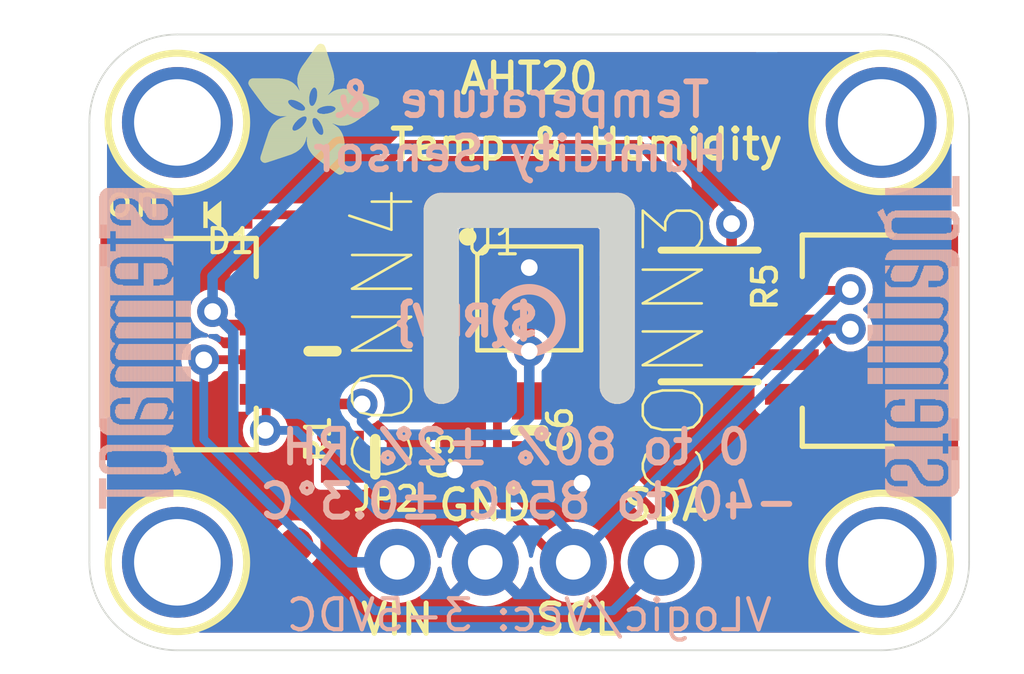
<source format=kicad_pcb>
(kicad_pcb (version 20221018) (generator pcbnew)
  (layers (0 "F.Cu" signal) (31 "B.Cu" signal) (34 "B.Paste" user) (35 "F.Paste" user) (36 "B.SilkS" user "B.Silkscreen") (37 "F.SilkS" user "F.Silkscreen") (38 "B.Mask" user) (39 "F.Mask" user) (44 "Edge.Cuts" user))
  (net 0 "")
  (net 1 "SDA")
  (net 2 "SCL")
  (net 3 "GND")
  (net 4 "VCC")
  (net 5 "N$1")
  (net 6 "VDD")
  (footprint "working:JST_SH4" (layer "F.Cu") (at 158.5976 105.0036 90)
    (fp_text reference "CONN3" (at -4.6 -5.9 90) (layer "F.SilkS") (effects (font (size 1.703222 1.703222) (thickness 0.074778)) (justify left)))
    (fp_text value "STEMMA_I2C_QT" hide)
    (pad "1" smd rect (at -1.5 -2.514 180) (size 1.55 0.6) (layers "F.Cu" "F.Paste" "F.Mask") (net 3 "GND"))
    (pad "2" smd rect (at -0.5 -2.514 180) (size 1.55 0.6) (layers "F.Cu" "F.Paste" "F.Mask") (net 4 "VCC"))
    (pad "3" smd rect (at 0.5 -2.514 180) (size 1.55 0.6) (layers "F.Cu" "F.Paste" "F.Mask") (net 1 "SDA"))
    (pad "4" smd rect (at 1.5 -2.514 180) (size 1.55 0.6) (layers "F.Cu" "F.Paste" "F.Mask") (net 2 "SCL"))
    (pad "MT1" smd rect (at -2.8 1.386 180) (size 1.8 1.2) (layers "F.Cu" "F.Paste" "F.Mask") (net 3 "GND"))
    (pad "MT2" smd rect (at 2.8 1.386 180) (size 1.8 1.2) (layers "F.Cu" "F.Paste" "F.Mask") (net 3 "GND"))
  )
  (footprint "working:ADAFRUIT_3.5MM" (layer "F.Cu") (at 140.3731 100.1776)
    (fp_text reference "U$28" hide)
    (fp_text value "" hide)
  )
  (footprint "working:RESPACK_4X0603" (layer "F.Cu") (at 153.7081 104.2416 -90)
    (fp_text reference "R5" (at -1.6 -1.6 90) (layer "F.SilkS") (effects (font (size 0.692831 0.692831) (thickness 0.119969)) (justify right)))
    (fp_text value "10K")
    (pad "1" smd rect (at -1.3 0.85 270) (size 0.45 0.9) (layers "F.Cu" "F.Paste" "F.Mask") (net 5 "N$1"))
    (pad "2" smd rect (at -0.4 0.85 270) (size 0.45 0.9) (layers "F.Cu" "F.Paste" "F.Mask") (net 4 "VCC"))
    (pad "3" smd rect (at 0.4 0.85 270) (size 0.45 0.9) (layers "F.Cu" "F.Paste" "F.Mask") (net 4 "VCC"))
    (pad "4" smd rect (at 1.3 0.85 270) (size 0.45 0.9) (layers "F.Cu" "F.Paste" "F.Mask") (net 4 "VCC"))
    (pad "5" smd rect (at 1.3 -0.85 270) (size 0.45 0.9) (layers "F.Cu" "F.Paste" "F.Mask") (net 4 "VCC"))
    (pad "6" smd rect (at 0.4 -0.85 270) (size 0.45 0.9) (layers "F.Cu" "F.Paste" "F.Mask") (net 1 "SDA"))
    (pad "7" smd rect (at -0.4 -0.85 270) (size 0.45 0.9) (layers "F.Cu" "F.Paste" "F.Mask") (net 2 "SCL"))
    (pad "8" smd rect (at -1.3 -0.85 270) (size 0.45 0.9) (layers "F.Cu" "F.Paste" "F.Mask") (net 4 "VCC"))
  )
  (footprint "working:JST_SH4" (layer "F.Cu") (at 138.4046 105.0036 -90)
    (fp_text reference "CONN4" (at -4.6 -5.9 90) (layer "F.SilkS") (effects (font (size 1.703222 1.703222) (thickness 0.074778)) (justify right)))
    (fp_text value "STEMMA_I2C_QT" hide)
    (pad "1" smd rect (at -1.5 -2.514) (size 1.55 0.6) (layers "F.Cu" "F.Paste" "F.Mask") (net 3 "GND"))
    (pad "2" smd rect (at -0.5 -2.514) (size 1.55 0.6) (layers "F.Cu" "F.Paste" "F.Mask") (net 4 "VCC"))
    (pad "3" smd rect (at 0.5 -2.514) (size 1.55 0.6) (layers "F.Cu" "F.Paste" "F.Mask") (net 1 "SDA"))
    (pad "4" smd rect (at 1.5 -2.514) (size 1.55 0.6) (layers "F.Cu" "F.Paste" "F.Mask") (net 2 "SCL"))
    (pad "MT1" smd rect (at -2.8 1.386) (size 1.8 1.2) (layers "F.Cu" "F.Paste" "F.Mask") (net 3 "GND"))
    (pad "MT2" smd rect (at 2.8 1.386) (size 1.8 1.2) (layers "F.Cu" "F.Paste" "F.Mask") (net 3 "GND"))
  )
  (footprint "working:MOUNTINGHOLE_2.5_PLATED" (layer "F.Cu") (at 158.6611 111.3536)
    (fp_text reference "U$25" hide)
    (fp_text value "MOUNTINGHOLE2.5" hide)
    (pad "P$1" thru_hole circle (at 0 0) (size 3.2 3.2) (drill 2.5) (layers "*.Cu" "*.Mask"))
    (zone (net 0) (net_name "") (layer "F.Cu") (connect_pads (clearance 0)) (min_thickness 0.25)
      (keepout (tracks not_allowed) (vias not_allowed) (pads not_allowed) (copperpour not_allowed) (footprints allowed))
      (fill (thermal_gap 0.5) (thermal_bridge_width 0.5))
      (polygon (pts (xy 160.6771 111.3536) (xy 160.65748 111.073027) (xy 160.599004 110.797915) (xy 160.502808 110.533619) (xy 160.370765 110.285283) (xy 160.205446 110.05774) (xy 160.010067 109.85542) (xy 159.788433 109.68226) (xy 159.544856 109.541631) (xy 159.284078 109.43627) (xy 159.011175 109.368228) (xy 158.731457 109.338828) (xy 158.450371 109.348644) (xy 158.173385 109.397484) (xy 157.905893 109.484397) (xy 157.6531 109.607693) (xy 157.419926 109.76497) (xy 157.210911 109.953169) (xy 157.030122 110.168625) (xy 156.881078 110.407145) (xy 156.76668 110.664087) (xy 156.689154 110.93445) (xy 156.650011 111.212971) (xy 156.650011 111.494229) (xy 156.689154 111.77275) (xy 156.76668 112.043113) (xy 156.881078 112.300055) (xy 157.030122 112.538575) (xy 157.210911 112.754031) (xy 157.419926 112.94223) (xy 157.6531 113.099507) (xy 157.905893 113.222803) (xy 158.173385 113.309716) (xy 158.450371 113.358556) (xy 158.731457 113.368372) (xy 159.011175 113.338972) (xy 159.284078 113.27093) (xy 159.544856 113.165569) (xy 159.788433 113.02494) (xy 160.010067 112.85178) (xy 160.205446 112.64946) (xy 160.370765 112.421917) (xy 160.502808 112.173581) (xy 160.599004 111.909285) (xy 160.65748 111.634173)))
      (polygon (pts (xy 158.6451 111.3536) (xy 158.649786 111.364914) (xy 158.6611 111.3696) (xy 158.672414 111.364914) (xy 158.6771 111.3536) (xy 158.672414 111.342286) (xy 158.6611 111.3376) (xy 158.649786 111.342286)))
    )
    (zone (net 0) (net_name "") (layer "B.Cu") (connect_pads (clearance 0)) (min_thickness 0.25)
      (keepout (tracks not_allowed) (vias not_allowed) (pads not_allowed) (copperpour not_allowed) (footprints allowed))
      (fill (thermal_gap 0.5) (thermal_bridge_width 0.5))
      (polygon (pts (xy 160.6771 111.3536) (xy 160.65748 111.073027) (xy 160.599004 110.797915) (xy 160.502808 110.533619) (xy 160.370765 110.285283) (xy 160.205446 110.05774) (xy 160.010067 109.85542) (xy 159.788433 109.68226) (xy 159.544856 109.541631) (xy 159.284078 109.43627) (xy 159.011175 109.368228) (xy 158.731457 109.338828) (xy 158.450371 109.348644) (xy 158.173385 109.397484) (xy 157.905893 109.484397) (xy 157.6531 109.607693) (xy 157.419926 109.76497) (xy 157.210911 109.953169) (xy 157.030122 110.168625) (xy 156.881078 110.407145) (xy 156.76668 110.664087) (xy 156.689154 110.93445) (xy 156.650011 111.212971) (xy 156.650011 111.494229) (xy 156.689154 111.77275) (xy 156.76668 112.043113) (xy 156.881078 112.300055) (xy 157.030122 112.538575) (xy 157.210911 112.754031) (xy 157.419926 112.94223) (xy 157.6531 113.099507) (xy 157.905893 113.222803) (xy 158.173385 113.309716) (xy 158.450371 113.358556) (xy 158.731457 113.368372) (xy 159.011175 113.338972) (xy 159.284078 113.27093) (xy 159.544856 113.165569) (xy 159.788433 113.02494) (xy 160.010067 112.85178) (xy 160.205446 112.64946) (xy 160.370765 112.421917) (xy 160.502808 112.173581) (xy 160.599004 111.909285) (xy 160.65748 111.634173)))
      (polygon (pts (xy 158.6451 111.3536) (xy 158.649786 111.364914) (xy 158.6611 111.3696) (xy 158.672414 111.364914) (xy 158.6771 111.3536) (xy 158.672414 111.342286) (xy 158.6611 111.3376) (xy 158.649786 111.342286)))
    )
  )
  (footprint "working:0805-NO" (layer "F.Cu") (at 144.0561 108.3056)
    (fp_text reference "C5" (at 1.905 -0.762 90) (layer "F.SilkS") (effects (font (size 0.692831 0.692831) (thickness 0.119969)) (justify right)))
    (fp_text value "10uF")
    (pad "1" smd rect (at -0.95 0) (size 1.24 1.5) (layers "F.Cu" "F.Paste" "F.Mask") (net 6 "VDD"))
    (pad "2" smd rect (at 0.95 0) (size 1.24 1.5) (layers "F.Cu" "F.Paste" "F.Mask") (net 3 "GND"))
  )
  (footprint "working:FIDUCIAL_1MM" (layer "F.Cu") (at 141.7701 110.8456)
    (fp_text reference "FID3" hide)
    (fp_text value "FIDUCIAL_1MM" hide)
    (pad "1" smd roundrect (at 0 0) (size 1 1) (layers "F.Cu" "F.Mask") (roundrect_rratio 0.5))
  )
  (footprint "working:SNR6-1.0-3X3X1MM" (layer "F.Cu") (at 148.5011 103.7336)
    (fp_text reference "U1" (at -1.905 -1.651) (layer "F.SilkS") (effects (font (size 0.795122 0.795122) (thickness 0.093878)) (justify left)))
    (fp_text value "AHT20")
    (pad "1" smd roundrect (at -1.3 -1) (size 0.95 0.5) (layers "F.Cu" "F.Paste" "F.Mask"))
    (pad "2" smd roundrect (at -1.3 0) (size 0.95 0.5) (layers "F.Cu" "F.Paste" "F.Mask") (net 6 "VDD"))
    (pad "3" smd roundrect (at -1.3 1) (size 0.95 0.5) (layers "F.Cu" "F.Paste" "F.Mask") (net 2 "SCL"))
    (pad "4" smd roundrect (at 1.3 1) (size 0.95 0.5) (layers "F.Cu" "F.Paste" "F.Mask") (net 1 "SDA"))
    (pad "5" smd roundrect (at 1.3 0) (size 0.95 0.5) (layers "F.Cu" "F.Paste" "F.Mask") (net 3 "GND"))
    (pad "6" smd roundrect (at 1.3 -1) (size 0.95 0.5) (layers "F.Cu" "F.Paste" "F.Mask"))
  )
  (footprint "working:1X04_ROUND_76" (layer "F.Cu") (at 148.5011 111.3536)
    (fp_text reference "JP2" (at -5.1562 -1.8288) (layer "F.SilkS") (effects (font (size 0.692831 0.692831) (thickness 0.119969)) (justify left)))
    (fp_text value "")
    (pad "1" thru_hole circle (at -3.81 0 90) (size 1.9304 1.9304) (drill 1) (layers "*.Cu" "*.Mask") (net 4 "VCC"))
    (pad "2" thru_hole circle (at -1.27 0 90) (size 1.9304 1.9304) (drill 1) (layers "*.Cu" "*.Mask") (net 3 "GND"))
    (pad "3" thru_hole circle (at 1.27 0 90) (size 1.9304 1.9304) (drill 1) (layers "*.Cu" "*.Mask") (net 2 "SCL"))
    (pad "4" thru_hole circle (at 3.81 0 90) (size 1.9304 1.9304) (drill 1) (layers "*.Cu" "*.Mask") (net 1 "SDA"))
  )
  (footprint "working:MOUNTINGHOLE_2.5_PLATED" (layer "F.Cu") (at 138.3411 98.6536)
    (fp_text reference "U$19" hide)
    (fp_text value "MOUNTINGHOLE2.5" hide)
    (pad "P$1" thru_hole circle (at 0 0) (size 3.2 3.2) (drill 2.5) (layers "*.Cu" "*.Mask"))
    (zone (net 0) (net_name "") (layer "F.Cu") (connect_pads (clearance 0)) (min_thickness 0.25)
      (keepout (tracks not_allowed) (vias not_allowed) (pads not_allowed) (copperpour not_allowed) (footprints allowed))
      (fill (thermal_gap 0.5) (thermal_bridge_width 0.5))
      (polygon (pts (xy 140.3571 98.6536) (xy 140.33748 98.373027) (xy 140.279004 98.097915) (xy 140.182808 97.833619) (xy 140.050765 97.585283) (xy 139.885446 97.35774) (xy 139.690067 97.15542) (xy 139.468433 96.98226) (xy 139.224856 96.841631) (xy 138.964078 96.73627) (xy 138.691175 96.668228) (xy 138.411457 96.638828) (xy 138.130371 96.648644) (xy 137.853385 96.697484) (xy 137.585893 96.784397) (xy 137.3331 96.907693) (xy 137.099926 97.06497) (xy 136.890911 97.253169) (xy 136.710122 97.468625) (xy 136.561078 97.707145) (xy 136.44668 97.964087) (xy 136.369154 98.23445) (xy 136.330011 98.512971) (xy 136.330011 98.794229) (xy 136.369154 99.07275) (xy 136.44668 99.343113) (xy 136.561078 99.600055) (xy 136.710122 99.838575) (xy 136.890911 100.054031) (xy 137.099926 100.24223) (xy 137.3331 100.399507) (xy 137.585893 100.522803) (xy 137.853385 100.609716) (xy 138.130371 100.658556) (xy 138.411457 100.668372) (xy 138.691175 100.638972) (xy 138.964078 100.57093) (xy 139.224856 100.465569) (xy 139.468433 100.32494) (xy 139.690067 100.15178) (xy 139.885446 99.94946) (xy 140.050765 99.721917) (xy 140.182808 99.473581) (xy 140.279004 99.209285) (xy 140.33748 98.934173)))
      (polygon (pts (xy 138.3251 98.6536) (xy 138.329786 98.664914) (xy 138.3411 98.6696) (xy 138.352414 98.664914) (xy 138.3571 98.6536) (xy 138.352414 98.642286) (xy 138.3411 98.6376) (xy 138.329786 98.642286)))
    )
    (zone (net 0) (net_name "") (layer "B.Cu") (connect_pads (clearance 0)) (min_thickness 0.25)
      (keepout (tracks not_allowed) (vias not_allowed) (pads not_allowed) (copperpour not_allowed) (footprints allowed))
      (fill (thermal_gap 0.5) (thermal_bridge_width 0.5))
      (polygon (pts (xy 140.3571 98.6536) (xy 140.33748 98.373027) (xy 140.279004 98.097915) (xy 140.182808 97.833619) (xy 140.050765 97.585283) (xy 139.885446 97.35774) (xy 139.690067 97.15542) (xy 139.468433 96.98226) (xy 139.224856 96.841631) (xy 138.964078 96.73627) (xy 138.691175 96.668228) (xy 138.411457 96.638828) (xy 138.130371 96.648644) (xy 137.853385 96.697484) (xy 137.585893 96.784397) (xy 137.3331 96.907693) (xy 137.099926 97.06497) (xy 136.890911 97.253169) (xy 136.710122 97.468625) (xy 136.561078 97.707145) (xy 136.44668 97.964087) (xy 136.369154 98.23445) (xy 136.330011 98.512971) (xy 136.330011 98.794229) (xy 136.369154 99.07275) (xy 136.44668 99.343113) (xy 136.561078 99.600055) (xy 136.710122 99.838575) (xy 136.890911 100.054031) (xy 137.099926 100.24223) (xy 137.3331 100.399507) (xy 137.585893 100.522803) (xy 137.853385 100.609716) (xy 138.130371 100.658556) (xy 138.411457 100.668372) (xy 138.691175 100.638972) (xy 138.964078 100.57093) (xy 139.224856 100.465569) (xy 139.468433 100.32494) (xy 139.690067 100.15178) (xy 139.885446 99.94946) (xy 140.050765 99.721917) (xy 140.182808 99.473581) (xy 140.279004 99.209285) (xy 140.33748 98.934173)))
      (polygon (pts (xy 138.3251 98.6536) (xy 138.329786 98.664914) (xy 138.3411 98.6696) (xy 138.352414 98.664914) (xy 138.3571 98.6536) (xy 138.352414 98.642286) (xy 138.3411 98.6376) (xy 138.329786 98.642286)))
    )
  )
  (footprint "working:MOUNTINGHOLE_2.5_PLATED" (layer "F.Cu") (at 158.6611 98.6536)
    (fp_text reference "U$20" hide)
    (fp_text value "MOUNTINGHOLE2.5" hide)
    (pad "P$1" thru_hole circle (at 0 0) (size 3.2 3.2) (drill 2.5) (layers "*.Cu" "*.Mask"))
    (zone (net 0) (net_name "") (layer "F.Cu") (connect_pads (clearance 0)) (min_thickness 0.25)
      (keepout (tracks not_allowed) (vias not_allowed) (pads not_allowed) (copperpour not_allowed) (footprints allowed))
      (fill (thermal_gap 0.5) (thermal_bridge_width 0.5))
      (polygon (pts (xy 160.6771 98.6536) (xy 160.65748 98.373027) (xy 160.599004 98.097915) (xy 160.502808 97.833619) (xy 160.370765 97.585283) (xy 160.205446 97.35774) (xy 160.010067 97.15542) (xy 159.788433 96.98226) (xy 159.544856 96.841631) (xy 159.284078 96.73627) (xy 159.011175 96.668228) (xy 158.731457 96.638828) (xy 158.450371 96.648644) (xy 158.173385 96.697484) (xy 157.905893 96.784397) (xy 157.6531 96.907693) (xy 157.419926 97.06497) (xy 157.210911 97.253169) (xy 157.030122 97.468625) (xy 156.881078 97.707145) (xy 156.76668 97.964087) (xy 156.689154 98.23445) (xy 156.650011 98.512971) (xy 156.650011 98.794229) (xy 156.689154 99.07275) (xy 156.76668 99.343113) (xy 156.881078 99.600055) (xy 157.030122 99.838575) (xy 157.210911 100.054031) (xy 157.419926 100.24223) (xy 157.6531 100.399507) (xy 157.905893 100.522803) (xy 158.173385 100.609716) (xy 158.450371 100.658556) (xy 158.731457 100.668372) (xy 159.011175 100.638972) (xy 159.284078 100.57093) (xy 159.544856 100.465569) (xy 159.788433 100.32494) (xy 160.010067 100.15178) (xy 160.205446 99.94946) (xy 160.370765 99.721917) (xy 160.502808 99.473581) (xy 160.599004 99.209285) (xy 160.65748 98.934173)))
      (polygon (pts (xy 158.6451 98.6536) (xy 158.649786 98.664914) (xy 158.6611 98.6696) (xy 158.672414 98.664914) (xy 158.6771 98.6536) (xy 158.672414 98.642286) (xy 158.6611 98.6376) (xy 158.649786 98.642286)))
    )
    (zone (net 0) (net_name "") (layer "B.Cu") (connect_pads (clearance 0)) (min_thickness 0.25)
      (keepout (tracks not_allowed) (vias not_allowed) (pads not_allowed) (copperpour not_allowed) (footprints allowed))
      (fill (thermal_gap 0.5) (thermal_bridge_width 0.5))
      (polygon (pts (xy 160.6771 98.6536) (xy 160.65748 98.373027) (xy 160.599004 98.097915) (xy 160.502808 97.833619) (xy 160.370765 97.585283) (xy 160.205446 97.35774) (xy 160.010067 97.15542) (xy 159.788433 96.98226) (xy 159.544856 96.841631) (xy 159.284078 96.73627) (xy 159.011175 96.668228) (xy 158.731457 96.638828) (xy 158.450371 96.648644) (xy 158.173385 96.697484) (xy 157.905893 96.784397) (xy 157.6531 96.907693) (xy 157.419926 97.06497) (xy 157.210911 97.253169) (xy 157.030122 97.468625) (xy 156.881078 97.707145) (xy 156.76668 97.964087) (xy 156.689154 98.23445) (xy 156.650011 98.512971) (xy 156.650011 98.794229) (xy 156.689154 99.07275) (xy 156.76668 99.343113) (xy 156.881078 99.600055) (xy 157.030122 99.838575) (xy 157.210911 100.054031) (xy 157.419926 100.24223) (xy 157.6531 100.399507) (xy 157.905893 100.522803) (xy 158.173385 100.609716) (xy 158.450371 100.658556) (xy 158.731457 100.668372) (xy 159.011175 100.638972) (xy 159.284078 100.57093) (xy 159.544856 100.465569) (xy 159.788433 100.32494) (xy 160.010067 100.15178) (xy 160.205446 99.94946) (xy 160.370765 99.721917) (xy 160.502808 99.473581) (xy 160.599004 99.209285) (xy 160.65748 98.934173)))
      (polygon (pts (xy 158.6451 98.6536) (xy 158.649786 98.664914) (xy 158.6611 98.6696) (xy 158.672414 98.664914) (xy 158.6771 98.6536) (xy 158.672414 98.642286) (xy 158.6611 98.6376) (xy 158.649786 98.642286)))
    )
  )
  (footprint "working:FIDUCIAL_1MM" (layer "F.Cu") (at 155.3591 97.3836)
    (fp_text reference "FID4" hide)
    (fp_text value "FIDUCIAL_1MM" hide)
    (pad "1" smd roundrect (at 0 0) (size 1 1) (layers "F.Cu" "F.Mask") (roundrect_rratio 0.5))
  )
  (footprint "working:0603-NO" (layer "F.Cu") (at 148.5011 107.5436 -90)
    (fp_text reference "C6" (at -0.762 -0.889 90) (layer "F.SilkS") (effects (font (size 0.692831 0.692831) (thickness 0.119969)) (justify right)))
    (fp_text value "0.1uF")
    (pad "1" smd rect (at -0.85 0 270) (size 1.075 1) (layers "F.Cu" "F.Paste" "F.Mask") (net 6 "VDD"))
    (pad "2" smd rect (at 0.85 0 270) (size 1.075 1) (layers "F.Cu" "F.Paste" "F.Mask") (net 3 "GND"))
  )
  (footprint "working:CHIPLED_0603_NOOUTLINE" (layer "F.Cu") (at 139.3571 101.3206 90)
    (fp_text reference "D1" (at -0.762 1.27) (layer "F.SilkS") (effects (font (size 0.692831 0.692831) (thickness 0.119969)) (justify right)))
    (fp_text value "GREEN")
    (pad "A" smd rect (at 0 0.75 90) (size 0.8 0.8) (layers "F.Cu" "F.Paste" "F.Mask") (net 5 "N$1"))
    (pad "C" smd rect (at 0 -0.75 90) (size 0.8 0.8) (layers "F.Cu" "F.Paste" "F.Mask") (net 3 "GND"))
  )
  (footprint "working:0603-NO" (layer "F.Cu") (at 142.5321 105.2576 -90)
    (fp_text reference "R1" (at 1.778 0.127 90) (layer "F.SilkS") (effects (font (size 0.692831 0.692831) (thickness 0.119969)) (justify right)))
    (fp_text value "220")
    (pad "1" smd rect (at -0.85 0 270) (size 1.075 1) (layers "F.Cu" "F.Paste" "F.Mask") (net 4 "VCC"))
    (pad "2" smd rect (at 0.85 0 270) (size 1.075 1) (layers "F.Cu" "F.Paste" "F.Mask") (net 6 "VDD"))
  )
  (footprint "working:MOUNTINGHOLE_2.5_PLATED" (layer "F.Cu") (at 138.3411 111.3536)
    (fp_text reference "U$22" hide)
    (fp_text value "MOUNTINGHOLE2.5" hide)
    (pad "P$1" thru_hole circle (at 0 0) (size 3.2 3.2) (drill 2.5) (layers "*.Cu" "*.Mask"))
    (zone (net 0) (net_name "") (layer "F.Cu") (connect_pads (clearance 0)) (min_thickness 0.25)
      (keepout (tracks not_allowed) (vias not_allowed) (pads not_allowed) (copperpour not_allowed) (footprints allowed))
      (fill (thermal_gap 0.5) (thermal_bridge_width 0.5))
      (polygon (pts (xy 140.3571 111.3536) (xy 140.33748 111.073027) (xy 140.279004 110.797915) (xy 140.182808 110.533619) (xy 140.050765 110.285283) (xy 139.885446 110.05774) (xy 139.690067 109.85542) (xy 139.468433 109.68226) (xy 139.224856 109.541631) (xy 138.964078 109.43627) (xy 138.691175 109.368228) (xy 138.411457 109.338828) (xy 138.130371 109.348644) (xy 137.853385 109.397484) (xy 137.585893 109.484397) (xy 137.3331 109.607693) (xy 137.099926 109.76497) (xy 136.890911 109.953169) (xy 136.710122 110.168625) (xy 136.561078 110.407145) (xy 136.44668 110.664087) (xy 136.369154 110.93445) (xy 136.330011 111.212971) (xy 136.330011 111.494229) (xy 136.369154 111.77275) (xy 136.44668 112.043113) (xy 136.561078 112.300055) (xy 136.710122 112.538575) (xy 136.890911 112.754031) (xy 137.099926 112.94223) (xy 137.3331 113.099507) (xy 137.585893 113.222803) (xy 137.853385 113.309716) (xy 138.130371 113.358556) (xy 138.411457 113.368372) (xy 138.691175 113.338972) (xy 138.964078 113.27093) (xy 139.224856 113.165569) (xy 139.468433 113.02494) (xy 139.690067 112.85178) (xy 139.885446 112.64946) (xy 140.050765 112.421917) (xy 140.182808 112.173581) (xy 140.279004 111.909285) (xy 140.33748 111.634173)))
      (polygon (pts (xy 138.3251 111.3536) (xy 138.329786 111.364914) (xy 138.3411 111.3696) (xy 138.352414 111.364914) (xy 138.3571 111.3536) (xy 138.352414 111.342286) (xy 138.3411 111.3376) (xy 138.329786 111.342286)))
    )
    (zone (net 0) (net_name "") (layer "B.Cu") (connect_pads (clearance 0)) (min_thickness 0.25)
      (keepout (tracks not_allowed) (vias not_allowed) (pads not_allowed) (copperpour not_allowed) (footprints allowed))
      (fill (thermal_gap 0.5) (thermal_bridge_width 0.5))
      (polygon (pts (xy 140.3571 111.3536) (xy 140.33748 111.073027) (xy 140.279004 110.797915) (xy 140.182808 110.533619) (xy 140.050765 110.285283) (xy 139.885446 110.05774) (xy 139.690067 109.85542) (xy 139.468433 109.68226) (xy 139.224856 109.541631) (xy 138.964078 109.43627) (xy 138.691175 109.368228) (xy 138.411457 109.338828) (xy 138.130371 109.348644) (xy 137.853385 109.397484) (xy 137.585893 109.484397) (xy 137.3331 109.607693) (xy 137.099926 109.76497) (xy 136.890911 109.953169) (xy 136.710122 110.168625) (xy 136.561078 110.407145) (xy 136.44668 110.664087) (xy 136.369154 110.93445) (xy 136.330011 111.212971) (xy 136.330011 111.494229) (xy 136.369154 111.77275) (xy 136.44668 112.043113) (xy 136.561078 112.300055) (xy 136.710122 112.538575) (xy 136.890911 112.754031) (xy 137.099926 112.94223) (xy 137.3331 113.099507) (xy 137.585893 113.222803) (xy 137.853385 113.309716) (xy 138.130371 113.358556) (xy 138.411457 113.368372) (xy 138.691175 113.338972) (xy 138.964078 113.27093) (xy 139.224856 113.165569) (xy 139.468433 113.02494) (xy 139.690067 112.85178) (xy 139.885446 112.64946) (xy 140.050765 112.421917) (xy 140.182808 112.173581) (xy 140.279004 111.909285) (xy 140.33748 111.634173)))
      (polygon (pts (xy 138.3251 111.3536) (xy 138.329786 111.364914) (xy 138.3411 111.3696) (xy 138.352414 111.364914) (xy 138.3571 111.3536) (xy 138.352414 111.342286) (xy 138.3411 111.3376) (xy 138.329786 111.342286)))
    )
  )
  (footprint "working:STEMMAQT" (layer "B.Cu") (at 138.7221 100.5586 -90)
    (fp_text reference "U$31" hide)
    (fp_text value "" hide)
  )
  (footprint "working:PCBFEAT-REV-040" (layer "B.Cu") (at 148.5011 104.3686 180)
    (fp_text reference "U$29" hide)
    (fp_text value "" hide)
    (fp_text user "${REV}" (at -0.3556 -0.508) (layer "B.SilkS") (effects (font (size 0.8128 0.8128) (thickness 0.2032)) (justify left bottom mirror)))
  )
  (footprint "working:STEMMAQT" (layer "B.Cu") (at 158.2801 109.4486 90)
    (fp_text reference "U$30" hide)
    (fp_text value "" hide)
  )
  (gr_arc (start 138.3411 113.8936) (mid 136.545049 113.149651) (end 135.8011 111.3536) (stroke (width 0.05)) (layer "Edge.Cuts"))
  (gr_line (start 138.3411 113.8936) (end 158.6611 113.8936) (stroke (width 0.05)) (layer "Edge.Cuts"))
  (gr_arc (start 158.6611 96.1136) (mid 160.457151 96.857549) (end 161.2011 98.6536) (stroke (width 0.05)) (layer "Edge.Cuts"))
  (gr_arc (start 135.8011 98.6536) (mid 136.545049 96.857549) (end 138.3411 96.1136) (stroke (width 0.05)) (layer "Edge.Cuts"))
  (gr_line (start 145.9611 106.2736) (end 145.9611 101.1936) (stroke (width 1.016)) (layer "Edge.Cuts"))
  (gr_line (start 135.8011 98.6536) (end 135.8011 111.3536) (stroke (width 0.05)) (layer "Edge.Cuts"))
  (gr_line (start 151.0411 101.1936) (end 151.0411 106.2736) (stroke (width 1.016)) (layer "Edge.Cuts"))
  (gr_line (start 161.2011 111.3536) (end 161.2011 98.6536) (stroke (width 0.05)) (layer "Edge.Cuts"))
  (gr_line (start 145.9611 101.1936) (end 151.0411 101.1936) (stroke (width 1.016)) (layer "Edge.Cuts"))
  (gr_line (start 158.6611 96.1136) (end 138.3411 96.1136) (stroke (width 0.05)) (layer "Edge.Cuts"))
  (gr_arc (start 161.2011 111.3536) (mid 160.457151 113.149651) (end 158.6611 113.8936) (stroke (width 0.05)) (layer "Edge.Cuts"))
  (gr_text "Temperature &\nHumidity Sensor" (at 148.2471 98.7806) (layer "B.SilkS") (effects (font (size 0.97155 0.97155) (thickness 0.17145)) (justify mirror)))
  (gr_text "0 to 80% ±2% RH\n-40 to 85°C ±0.3°C " (at 148.1201 108.8136) (layer "B.SilkS") (effects (font (size 0.97155 0.97155) (thickness 0.17145)) (justify mirror)))
  (gr_text "VLogic/Vcc: 3-5VDC" (at 148.5011 112.8776) (layer "B.SilkS") (effects (font (size 0.89408 0.89408) (thickness 0.12192)) (justify mirror)))
  (gr_text "on" (at 136.1821 101.4476) (layer "F.SilkS") (effects (font (size 0.89408 0.89408) (thickness 0.12192)) (justify left bottom)))
  (gr_text "VIN" (at 144.6911 113.0046) (layer "F.SilkS") (effects (font (size 0.87376 0.87376) (thickness 0.14224))))
  (gr_text "SDA" (at 152.4381 109.7026) (layer "F.SilkS") (effects (font (size 0.87376 0.87376) (thickness 0.14224))))
  (gr_text "AHT20" (at 148.5011 97.3836) (layer "F.SilkS") (effects (font (size 0.8636 0.8636) (thickness 0.1524))))
  (gr_text "SCL" (at 149.8981 113.0046) (layer "F.SilkS") (effects (font (size 0.87376 0.87376) (thickness 0.14224))))
  (gr_text "GND" (at 147.2311 109.7026) (layer "F.SilkS") (effects (font (size 0.87376 0.87376) (thickness 0.14224))))
  (gr_text "Temp & Humidity" (at 150.1521 99.2886) (layer "F.SilkS") (effects (font (size 0.8636 0.8636) (thickness 0.1524))))
  (segment (start 149.8011 104.7336) (end 149.4201 105.1146) (width 0.254) (layer "F.Cu") (net 1))
  (segment (start 140.9186 105.5036) (end 139.1111 105.5036) (width 0.254) (layer "F.Cu") (net 1))
  (segment (start 139.1111 105.5036) (end 139.1031 105.5116) (width 0.254) (layer "F.Cu") (net 1))
  (segment (start 155.3401 104.6416) (end 155.4861 104.4956) (width 0.254) (layer "F.Cu") (net 1))
  (segment (start 152.3111 110.0836) (end 152.3111 111.3536) (width 0.254) (layer "F.Cu") (net 1))
  (segment (start 156.0836 104.5036) (end 157.6531 104.5036) (width 0.254) (layer "F.Cu") (net 1))
  (segment (start 154.5581 104.6416) (end 155.3401 104.6416) (width 0.254) (layer "F.Cu") (net 1))
  (segment (start 149.4201 107.1926) (end 152.3111 110.0836) (width 0.254) (layer "F.Cu") (net 1))
  (segment (start 156.0756 104.4956) (end 156.0836 104.5036) (width 0.254) (layer "F.Cu") (net 1))
  (segment (start 149.4201 105.1146) (end 149.4201 107.1926) (width 0.254) (layer "F.Cu") (net 1))
  (segment (start 157.6531 104.5036) (end 157.7721 104.6226) (width 0.254) (layer "F.Cu") (net 1))
  (segment (start 155.4861 104.4956) (end 156.0756 104.4956) (width 0.254) (layer "F.Cu") (net 1))
  (via (at 157.7721 104.6226) (size 0.889) (drill 0.4826) (layers "F.Cu" "B.Cu") (net 1))
  (via (at 139.1031 105.5116) (size 0.889) (drill 0.4826) (layers "F.Cu" "B.Cu") (net 1))
  (segment (start 157.7721 104.6226) (end 157.148681 104.6226) (width 0.254) (layer "B.Cu") (net 1))
  (segment (start 152.3111 109.460182) (end 152.3111 111.3536) (width 0.254) (layer "B.Cu") (net 1))
  (segment (start 139.1031 107.7976) (end 144.0561 112.7506) (width 0.254) (layer "B.Cu") (net 1))
  (segment (start 150.9141 112.7506) (end 152.3111 111.3536) (width 0.254) (layer "B.Cu") (net 1))
  (segment (start 157.148681 104.6226) (end 152.3111 109.460182) (width 0.254) (layer "B.Cu") (net 1))
  (segment (start 144.0561 112.7506) (end 150.9141 112.7506) (width 0.254) (layer "B.Cu") (net 1))
  (segment (start 139.1031 105.5116) (end 139.1031 107.7976) (width 0.254) (layer "B.Cu") (net 1))
  (segment (start 140.9186 106.5036) (end 140.9051 106.5171) (width 0.254) (layer "F.Cu") (net 2))
  (segment (start 149.3901 111.3536) (end 147.5821 109.5456) (width 0.254) (layer "F.Cu") (net 2))
  (segment (start 155.4621 103.5036) (end 156.0836 103.5036) (width 0.254) (layer "F.Cu") (net 2))
  (segment (start 155.1241 103.8416) (end 155.4621 103.5036) (width 0.254) (layer "F.Cu") (net 2))
  (segment (start 149.3901 111.3536) (end 149.7711 111.3536) (width 0.254) (layer "F.Cu") (net 2))
  (segment (start 156.0836 103.5036) (end 157.7481 103.5036) (width 0.254) (layer "F.Cu") (net 2))
  (segment (start 140.8811 107.5436) (end 140.9051 107.5196) (width 0.254) (layer "F.Cu") (net 2))
  (segment (start 147.5821 105.1146) (end 147.5821 109.5456) (width 0.254) (layer "F.Cu") (net 2))
  (segment (start 157.7481 103.5036) (end 157.7721 103.4796) (width 0.254) (layer "F.Cu") (net 2))
  (segment (start 154.5581 103.8416) (end 155.1241 103.8416) (width 0.254) (layer "F.Cu") (net 2))
  (segment (start 147.2011 104.7336) (end 147.5821 105.1146) (width 0.254) (layer "F.Cu") (net 2))
  (segment (start 140.9051 106.5171) (end 140.9051 107.5196) (width 0.254) (layer "F.Cu") (net 2))
  (via (at 140.8811 107.5436) (size 0.889) (drill 0.4826) (layers "F.Cu" "B.Cu") (net 2))
  (via (at 157.7721 103.4796) (size 0.889) (drill 0.4826) (layers "F.Cu" "B.Cu") (net 2))
  (segment (start 149.1361 109.9566) (end 149.7711 110.5916) (width 0.254) (layer "B.Cu") (net 2))
  (segment (start 157.7721 103.4796) (end 157.6451 103.4796) (width 0.254) (layer "B.Cu") (net 2))
  (segment (start 157.6451 103.4796) (end 149.7711 111.3536) (width 0.254) (layer "B.Cu") (net 2))
  (segment (start 141.7701 107.5436) (end 140.8811 107.5436) (width 0.254) (layer "B.Cu") (net 2))
  (segment (start 144.1831 109.9566) (end 149.1361 109.9566) (width 0.254) (layer "B.Cu") (net 2))
  (segment (start 144.1831 109.9566) (end 141.7701 107.5436) (width 0.254) (layer "B.Cu") (net 2))
  (segment (start 149.7711 110.5916) (end 149.7711 111.3536) (width 0.254) (layer "B.Cu") (net 2))
  (segment (start 149.0391 103.7336) (end 148.5011 103.1956) (width 0.254) (layer "F.Cu") (net 3))
  (segment (start 149.8011 103.7336) (end 149.0391 103.7336) (width 0.254) (layer "F.Cu") (net 3))
  (segment (start 148.5011 102.8446) (end 148.5011 103.1956) (width 0.254) (layer "F.Cu") (net 3))
  (via (at 150.0251 109.0676) (size 0.889) (drill 0.4826) (layers "F.Cu" "B.Cu") (net 3))
  (via (at 146.3421 108.6866) (size 0.889) (drill 0.4826) (layers "F.Cu" "B.Cu") (net 3))
  (via (at 148.5011 102.8446) (size 0.889) (drill 0.4826) (layers "F.Cu" "B.Cu") (net 3))
  (segment (start 154.1191 102.9416) (end 153.2191 103.8416) (width 0.3048) (layer "F.Cu") (net 4))
  (segment (start 154.5961 105.5036) (end 154.5581 105.5416) (width 0.3048) (layer "F.Cu") (net 4))
  (segment (start 152.8581 104.6416) (end 152.8581 105.5416) (width 0.3048) (layer "F.Cu") (net 4))
  (segment (start 154.3431 101.5746) (end 154.3431 102.9416) (width 0.3048) (layer "F.Cu") (net 4))
  (segment (start 154.3431 102.9416) (end 154.1191 102.9416) (width 0.3048) (layer "F.Cu") (net 4))
  (segment (start 153.2191 103.8416) (end 152.8581 103.8416) (width 0.3048) (layer "F.Cu") (net 4))
  (segment (start 140.9186 104.5036) (end 142.4361 104.5036) (width 0.3048) (layer "F.Cu") (net 4))
  (segment (start 152.8581 103.8416) (end 152.8581 104.6416) (width 0.3048) (layer "F.Cu") (net 4))
  (segment (start 140.9186 104.5036) (end 139.7461 104.5036) (width 0.3048) (layer "F.Cu") (net 4))
  (segment (start 152.8581 105.5416) (end 154.5581 105.5416) (width 0.3048) (layer "F.Cu") (net 4))
  (segment (start 154.5581 102.9416) (end 154.3431 102.9416) (width 0.3048) (layer "F.Cu") (net 4))
  (segment (start 139.7461 104.5036) (end 139.3571 104.1146) (width 0.3048) (layer "F.Cu") (net 4))
  (segment (start 156.0836 105.5036) (end 154.5961 105.5036) (width 0.3048) (layer "F.Cu") (net 4))
  (segment (start 142.4361 104.5036) (end 142.5321 104.4076) (width 0.3048) (layer "F.Cu") (net 4))
  (via (at 139.3571 104.1146) (size 0.889) (drill 0.4826) (layers "F.Cu" "B.Cu") (net 4))
  (via (at 154.3431 101.5746) (size 0.889) (drill 0.4826) (layers "F.Cu" "B.Cu") (net 4))
  (segment (start 139.3571 103.0986) (end 143.0401 99.4156) (width 0.3048) (layer "B.Cu") (net 4))
  (segment (start 143.3416 111.3536) (end 144.6911 111.3536) (width 0.3048) (layer "B.Cu") (net 4))
  (segment (start 154.3431 101.1936) (end 154.3431 101.5746) (width 0.3048) (layer "B.Cu") (net 4))
  (segment (start 139.3571 104.1146) (end 139.3571 103.0986) (width 0.3048) (layer "B.Cu") (net 4))
  (segment (start 139.954 107.966) (end 143.3416 111.3536) (width 0.3048) (layer "B.Cu") (net 4))
  (segment (start 152.5651 99.4156) (end 154.3431 101.1936) (width 0.3048) (layer "B.Cu") (net 4))
  (segment (start 143.0401 99.4156) (end 152.5651 99.4156) (width 0.3048) (layer "B.Cu") (net 4))
  (segment (start 139.3571 104.1146) (end 139.954 104.7115) (width 0.3048) (layer "B.Cu") (net 4))
  (segment (start 139.954 104.7115) (end 139.954 107.966) (width 0.3048) (layer "B.Cu") (net 4))
  (segment (start 144.9451 99.2886) (end 151.6761 99.2886) (width 0.254) (layer "F.Cu") (net 5))
  (segment (start 152.8581 100.4706) (end 152.8581 102.9416) (width 0.254) (layer "F.Cu") (net 5))
  (segment (start 140.1071 101.3206) (end 142.9131 101.3206) (width 0.254) (layer "F.Cu") (net 5))
  (segment (start 151.6761 99.2886) (end 152.8581 100.4706) (width 0.254) (layer "F.Cu") (net 5))
  (segment (start 142.9131 101.3206) (end 144.9451 99.2886) (width 0.254) (layer "F.Cu") (net 5))
  (segment (start 148.5011 105.2576) (end 148.5011 106.6936) (width 0.3048) (layer "F.Cu") (net 6))
  (segment (start 142.5321 106.1076) (end 142.5321 107.7316) (width 0.3048) (layer "F.Cu") (net 6))
  (segment (start 142.5321 106.1076) (end 142.5321 106.7816) (width 0.3048) (layer "F.Cu") (net 6))
  (segment (start 147.6121 103.7336) (end 148.5011 104.6226) (width 0.3048) (layer "F.Cu") (net 6))
  (segment (start 142.5321 106.7816) (end 143.6751 106.7816) (width 0.3048) (layer "F.Cu") (net 6))
  (segment (start 148.5011 104.6226) (end 148.5011 105.2576) (width 0.3048) (layer "F.Cu") (net 6))
  (segment (start 142.5321 107.7316) (end 143.1061 108.3056) (width 0.3048) (layer "F.Cu") (net 6))
  (segment (start 147.2011 103.7336) (end 147.6121 103.7336) (width 0.3048) (layer "F.Cu") (net 6))
  (via (at 143.6751 106.7816) (size 0.889) (drill 0.4826) (layers "F.Cu" "B.Cu") (net 6))
  (via (at 148.5011 105.2576) (size 0.889) (drill 0.4826) (layers "F.Cu" "B.Cu") (net 6))
  (segment (start 148.5011 107.1626) (end 148.5011 105.2576) (width 0.3048) (layer "B.Cu") (net 6))
  (segment (start 144.0561 107.6706) (end 143.6751 107.2896) (width 0.3048) (layer "B.Cu") (net 6))
  (segment (start 147.9931 107.6706) (end 148.5011 107.1626) (width 0.3048) (layer "B.Cu") (net 6))
  (segment (start 144.0561 107.6706) (end 147.9931 107.6706) (width 0.3048) (layer "B.Cu") (net 6))
  (segment (start 143.6751 106.7816) (end 143.6751 107.2896) (width 0.3048) (layer "B.Cu") (net 6))
  (zone (net 3) (net_name "GND") (layer "F.Cu") (priority 6) (connect_pads (clearance 0.000001)) (min_thickness 0.127) (fill yes (thermal_gap 0.304) (thermal_bridge_width 0.304))
    (polygon (pts (xy 161.3281 114.0206) (xy 135.6741 114.0206) (xy 135.6741 95.9866) (xy 161.3281 95.9866)))
  )
  (zone (net 3) (net_name "GND") (layer "B.Cu") (priority 6) (connect_pads (clearance 0.000001)) (min_thickness 0.127) (fill yes (thermal_gap 0.304) (thermal_bridge_width 0.304))
    (polygon (pts (xy 161.3281 114.0206) (xy 135.6741 114.0206) (xy 135.6741 95.9866) (xy 161.3281 95.9866)))
  )
)
</source>
